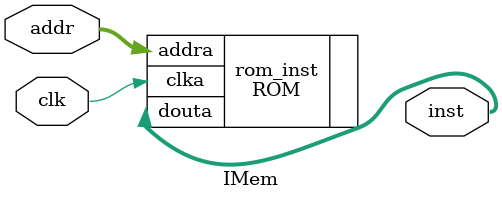
<source format=v>
module IMem(
        input clk,
        input [7:2] addr,
        output [31:0] inst
    );

    ROM rom_inst (
            .clka(clk),
            .addra(addr),
            .douta(inst)
        );

endmodule

</source>
